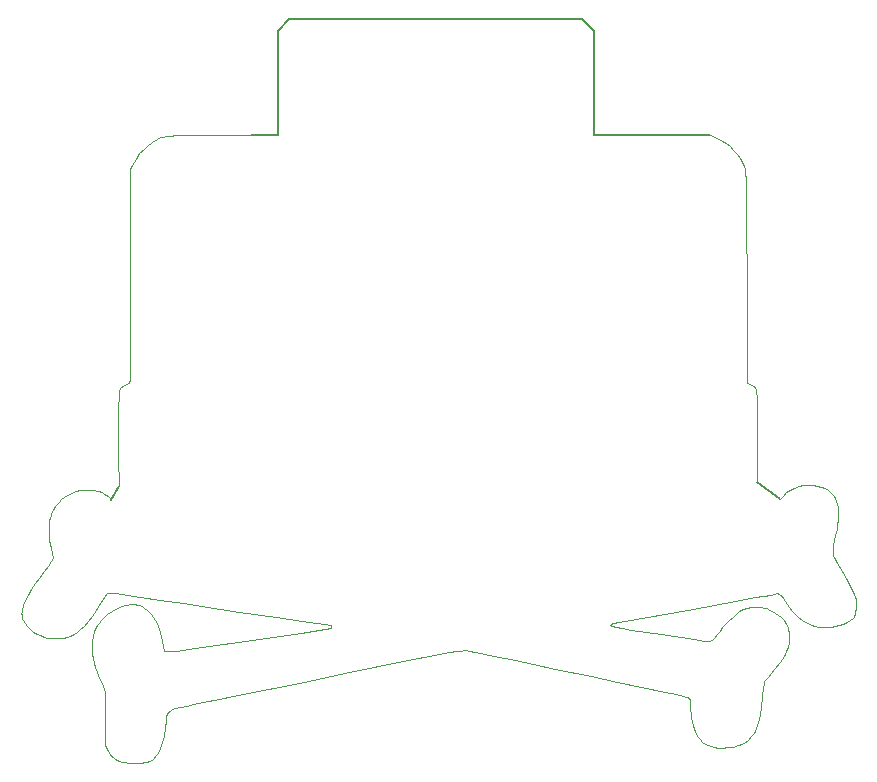
<source format=gbr>
G04 #@! TF.GenerationSoftware,KiCad,Pcbnew,(5.1.5)-3*
G04 #@! TF.CreationDate,2020-04-21T21:54:19-04:00*
G04 #@! TF.ProjectId,Tape and Crossbones 001,54617065-2061-46e6-9420-43726f737362,rev?*
G04 #@! TF.SameCoordinates,Original*
G04 #@! TF.FileFunction,Profile,NP*
%FSLAX46Y46*%
G04 Gerber Fmt 4.6, Leading zero omitted, Abs format (unit mm)*
G04 Created by KiCad (PCBNEW (5.1.5)-3) date 2020-04-21 21:54:19*
%MOMM*%
%LPD*%
G04 APERTURE LIST*
%ADD10C,0.150000*%
%ADD11C,0.100000*%
G04 APERTURE END LIST*
D10*
X101490835Y-73662216D02*
X99553014Y-72172402D01*
X56752450Y-42848050D02*
X59000000Y-42848050D01*
X95644649Y-42830510D02*
X85780000Y-42848050D01*
X85780000Y-34000000D02*
X84780000Y-33000000D01*
X59000000Y-34000000D02*
X60000000Y-33000000D01*
X60000000Y-33000000D02*
X84780000Y-33000000D01*
X85780000Y-34000000D02*
X85780000Y-42848050D01*
X59000000Y-34000000D02*
X59000000Y-42848050D01*
X44924422Y-73707272D02*
X45549036Y-72580619D01*
D11*
X56752450Y-42848050D02*
X51742420Y-42861990D01*
X51742420Y-42861990D02*
X50334237Y-42869790D01*
X50334237Y-42869790D02*
X49947698Y-42873390D01*
X49947698Y-42873390D02*
X49775615Y-42879590D01*
X49775615Y-42879590D02*
X49553031Y-42910992D01*
X49553031Y-42910992D02*
X49330519Y-42962121D01*
X49330519Y-42962121D02*
X49108924Y-43032226D01*
X49108924Y-43032226D02*
X48889090Y-43120556D01*
X48889090Y-43120556D02*
X48671860Y-43226359D01*
X48671860Y-43226359D02*
X48458080Y-43348885D01*
X48458080Y-43348885D02*
X48248593Y-43487381D01*
X48248593Y-43487381D02*
X48044244Y-43641096D01*
X48044244Y-43641096D02*
X47654334Y-43991177D01*
X47654334Y-43991177D02*
X47295105Y-44393119D01*
X47295105Y-44393119D02*
X46973309Y-44840909D01*
X46973309Y-44840909D02*
X46828559Y-45080118D01*
X46828559Y-45080118D02*
X46695700Y-45328536D01*
X46695700Y-45328536D02*
X46520000Y-45682001D01*
X46520000Y-45682001D02*
X46513800Y-54352275D01*
X46513800Y-54352275D02*
X46500360Y-60590137D01*
X46500360Y-60590137D02*
X46488480Y-62592599D01*
X46488480Y-62592599D02*
X46475040Y-63445777D01*
X46475040Y-63445777D02*
X46447650Y-63823014D01*
X46447650Y-63823014D02*
X46168081Y-63934118D01*
X46168081Y-63934118D02*
X45871458Y-64072612D01*
X45871458Y-64072612D02*
X45757008Y-64138923D01*
X45757008Y-64138923D02*
X45664236Y-64221440D01*
X45664236Y-64221440D02*
X45628138Y-64279220D01*
X45628138Y-64279220D02*
X45613596Y-64328927D01*
X45613596Y-64328927D02*
X45591896Y-64447783D01*
X45591896Y-64447783D02*
X45555206Y-64811066D01*
X45555206Y-64811066D02*
X45506116Y-66035799D01*
X45506116Y-66035799D02*
X45489642Y-67825703D01*
X45489642Y-67825703D02*
X45508216Y-70039688D01*
X45508216Y-70039688D02*
X45549036Y-72580619D01*
X99553014Y-72172402D02*
X99566954Y-71426195D01*
X99566954Y-71426195D02*
X99568554Y-68385553D01*
X99568554Y-68385553D02*
X99543234Y-65109784D01*
X99543234Y-65109784D02*
X99515844Y-64504652D01*
X99515844Y-64504652D02*
X99498630Y-64352792D01*
X99498630Y-64352792D02*
X99453314Y-64240585D01*
X99453314Y-64240585D02*
X99373692Y-64150996D01*
X99373692Y-64150996D02*
X99271931Y-64072638D01*
X99271931Y-64072638D02*
X99011997Y-63912441D01*
X99011997Y-63912441D02*
X98773769Y-63785832D01*
X98773769Y-63785832D02*
X98744829Y-62779694D01*
X98744829Y-62779694D02*
X98719880Y-60139082D01*
X98719880Y-60139082D02*
X98703489Y-55299529D01*
X98703489Y-55299529D02*
X98683693Y-50334452D01*
X98683693Y-50334452D02*
X98650779Y-47371847D01*
X98650779Y-47371847D02*
X98625530Y-46548827D01*
X98625530Y-46548827D02*
X98598069Y-46039631D01*
X98598069Y-46039631D02*
X98556605Y-45722270D01*
X98556605Y-45722270D02*
X98492649Y-45492893D01*
X98492649Y-45492893D02*
X98331928Y-45119937D01*
X98331928Y-45119937D02*
X98120727Y-44750887D01*
X98120727Y-44750887D02*
X97867981Y-44398856D01*
X97867981Y-44398856D02*
X97582628Y-44076959D01*
X97582628Y-44076959D02*
X97274865Y-43785622D01*
X97274865Y-43785622D02*
X96969419Y-43546788D01*
X96969419Y-43546788D02*
X96620469Y-43328350D01*
X96620469Y-43328350D02*
X96182196Y-43098207D01*
X96182196Y-43098207D02*
X95644649Y-42830510D01*
X103903578Y-72461260D02*
X103505726Y-72494369D01*
X103505726Y-72494369D02*
X103122486Y-72575036D01*
X103122486Y-72575036D02*
X102755726Y-72702417D01*
X102755726Y-72702417D02*
X102407313Y-72875669D01*
X102407313Y-72875669D02*
X102079115Y-73093949D01*
X102079115Y-73093949D02*
X101773000Y-73356412D01*
X101773000Y-73356412D02*
X101490835Y-73662216D01*
X44924422Y-73707272D02*
X44785320Y-73557751D01*
X44785320Y-73557751D02*
X44632801Y-73422063D01*
X44632801Y-73422063D02*
X44466616Y-73299063D01*
X44466616Y-73299063D02*
X44286513Y-73187605D01*
X44286513Y-73187605D02*
X44092240Y-73086542D01*
X44092240Y-73086542D02*
X43749502Y-72950672D01*
X43749502Y-72950672D02*
X43400727Y-72871486D01*
X43400727Y-72871486D02*
X43028094Y-72846084D01*
X43028094Y-72846084D02*
X42613778Y-72871568D01*
X42613778Y-72871568D02*
X42276300Y-72921162D01*
X42276300Y-72921162D02*
X41960226Y-72991427D01*
X41960226Y-72991427D02*
X41664316Y-73083046D01*
X41664316Y-73083046D02*
X41387333Y-73196706D01*
X41387333Y-73196706D02*
X41128037Y-73333092D01*
X41128037Y-73333092D02*
X40885189Y-73492889D01*
X40885189Y-73492889D02*
X40657551Y-73676783D01*
X40657551Y-73676783D02*
X40443884Y-73885459D01*
X40443884Y-73885459D02*
X40295377Y-74054934D01*
X40295377Y-74054934D02*
X40161490Y-74230889D01*
X40161490Y-74230889D02*
X40042240Y-74414082D01*
X40042240Y-74414082D02*
X39937644Y-74605273D01*
X39937644Y-74605273D02*
X39847720Y-74805221D01*
X39847720Y-74805221D02*
X39772486Y-75014686D01*
X39772486Y-75014686D02*
X39711958Y-75234429D01*
X39711958Y-75234429D02*
X39666154Y-75465207D01*
X39666154Y-75465207D02*
X39634729Y-75707741D01*
X39634729Y-75707741D02*
X39617151Y-75962928D01*
X39617151Y-75962928D02*
X39622471Y-76515347D01*
X39622471Y-76515347D02*
X39679993Y-77130645D01*
X39679993Y-77130645D02*
X39787593Y-77817001D01*
X39787593Y-77817001D02*
X39945723Y-78684133D01*
X39945723Y-78684133D02*
X39798962Y-78926494D01*
X39798962Y-78926494D02*
X39549659Y-79284754D01*
X39549659Y-79284754D02*
X39176261Y-79771920D01*
X39176261Y-79771920D02*
X38765844Y-80301414D01*
X38765844Y-80301414D02*
X38425326Y-80784473D01*
X38425326Y-80784473D02*
X38132647Y-81254894D01*
X38132647Y-81254894D02*
X37865747Y-81746476D01*
X37865747Y-81746476D02*
X37630955Y-82229489D01*
X37630955Y-82229489D02*
X37458933Y-82644662D01*
X37458933Y-82644662D02*
X37351051Y-83007229D01*
X37351051Y-83007229D02*
X37321589Y-83173548D01*
X37321589Y-83173548D02*
X37308675Y-83332428D01*
X37308675Y-83332428D02*
X37313272Y-83484611D01*
X37313272Y-83484611D02*
X37335827Y-83630362D01*
X37335827Y-83630362D02*
X37375738Y-83770867D01*
X37375738Y-83770867D02*
X37432404Y-83907312D01*
X37432404Y-83907312D02*
X37593595Y-84172772D01*
X37593595Y-84172772D02*
X37814587Y-84436235D01*
X37814587Y-84436235D02*
X38057825Y-84671689D01*
X38057825Y-84671689D02*
X38316125Y-84875764D01*
X38316125Y-84875764D02*
X38589555Y-85048544D01*
X38589555Y-85048544D02*
X38878183Y-85190115D01*
X38878183Y-85190115D02*
X39182076Y-85300560D01*
X39182076Y-85300560D02*
X39501301Y-85379965D01*
X39501301Y-85379965D02*
X39835926Y-85428415D01*
X39835926Y-85428415D02*
X40186019Y-85445994D01*
X40186019Y-85445994D02*
X40539986Y-85434718D01*
X40539986Y-85434718D02*
X40865374Y-85394774D01*
X40865374Y-85394774D02*
X41168419Y-85323512D01*
X41168419Y-85323512D02*
X41455356Y-85218283D01*
X41455356Y-85218283D02*
X41732423Y-85076438D01*
X41732423Y-85076438D02*
X42005853Y-84895328D01*
X42005853Y-84895328D02*
X42281885Y-84672303D01*
X42281885Y-84672303D02*
X42566752Y-84404713D01*
X42566752Y-84404713D02*
X42955207Y-83990299D01*
X42955207Y-83990299D02*
X43302869Y-83556673D01*
X43302869Y-83556673D02*
X43636456Y-83067639D01*
X43636456Y-83067639D02*
X43982686Y-82487000D01*
X43982686Y-82487000D02*
X44371293Y-81832778D01*
X44371293Y-81832778D02*
X44479739Y-81679692D01*
X44479739Y-81679692D02*
X44530973Y-81619354D01*
X44530973Y-81619354D02*
X44570763Y-81610054D01*
X44570763Y-81610054D02*
X44736644Y-81603854D01*
X44736644Y-81603854D02*
X45334024Y-81643124D01*
X45334024Y-81643124D02*
X46225742Y-81754633D01*
X46225742Y-81754633D02*
X47361807Y-81931997D01*
X47361807Y-81931997D02*
X49076431Y-82187793D01*
X49076431Y-82187793D02*
X51028309Y-82460163D01*
X51028309Y-82460163D02*
X52490693Y-82683887D01*
X52490693Y-82683887D02*
X55756128Y-83176364D01*
X55756128Y-83176364D02*
X58861362Y-83640935D01*
X58861362Y-83640935D02*
X61066913Y-83955644D01*
X61066913Y-83955644D02*
X62233365Y-84115620D01*
X62233365Y-84115620D02*
X63014082Y-84236763D01*
X63014082Y-84236763D02*
X63453330Y-84326683D01*
X63453330Y-84326683D02*
X63541180Y-84356143D01*
X63541180Y-84356143D02*
X63545280Y-84379403D01*
X63545280Y-84379403D02*
X63547380Y-84496709D01*
X63547380Y-84496709D02*
X63547380Y-84498809D01*
X63547380Y-84498809D02*
X63543280Y-84562889D01*
X63543280Y-84562889D02*
X60961523Y-84949945D01*
X60961523Y-84949945D02*
X56195925Y-85668762D01*
X56195925Y-85668762D02*
X53214107Y-86116715D01*
X53214107Y-86116715D02*
X51443567Y-86370640D01*
X51443567Y-86370640D02*
X50482247Y-86484984D01*
X50482247Y-86484984D02*
X49928089Y-86514191D01*
X49928089Y-86514191D02*
X49400989Y-86518291D01*
X49400989Y-86518291D02*
X49201519Y-85670281D01*
X49201519Y-85670281D02*
X49010456Y-84904790D01*
X49010456Y-84904790D02*
X48861488Y-84392840D01*
X48861488Y-84392840D02*
X48748929Y-84116319D01*
X48748929Y-84116319D02*
X48616485Y-83855640D01*
X48616485Y-83855640D02*
X48465484Y-83612642D01*
X48465484Y-83612642D02*
X48297254Y-83389168D01*
X48297254Y-83389168D02*
X48113125Y-83187056D01*
X48113125Y-83187056D02*
X47914425Y-83008149D01*
X47914425Y-83008149D02*
X47702483Y-82854287D01*
X47702483Y-82854287D02*
X47478626Y-82727310D01*
X47478626Y-82727310D02*
X47280600Y-82638407D01*
X47280600Y-82638407D02*
X47104931Y-82583375D01*
X47104931Y-82583375D02*
X46921806Y-82555869D01*
X46921806Y-82555869D02*
X46701413Y-82549541D01*
X46701413Y-82549541D02*
X46487083Y-82561464D01*
X46487083Y-82561464D02*
X46268291Y-82593604D01*
X46268291Y-82593604D02*
X46046567Y-82644678D01*
X46046567Y-82644678D02*
X45823441Y-82713403D01*
X45823441Y-82713403D02*
X45379102Y-82898679D01*
X45379102Y-82898679D02*
X44947515Y-83139171D01*
X44947515Y-83139171D02*
X44541475Y-83425314D01*
X44541475Y-83425314D02*
X44175200Y-83749677D01*
X44175200Y-83749677D02*
X44011465Y-83923984D01*
X44011465Y-83923984D02*
X43863061Y-84105200D01*
X43863061Y-84105200D02*
X43731784Y-84292440D01*
X43731784Y-84292440D02*
X43619430Y-84484823D01*
X43619430Y-84484823D02*
X43453820Y-84852358D01*
X43453820Y-84852358D02*
X43341392Y-85231055D01*
X43341392Y-85231055D02*
X43277162Y-85641908D01*
X43277162Y-85641908D02*
X43256145Y-86105914D01*
X43256145Y-86105914D02*
X43267267Y-86448971D01*
X43267267Y-86448971D02*
X43302576Y-86794759D01*
X43302576Y-86794759D02*
X43363523Y-87149167D01*
X43363523Y-87149167D02*
X43451559Y-87518084D01*
X43451559Y-87518084D02*
X43568138Y-87907399D01*
X43568138Y-87907399D02*
X43714709Y-88323001D01*
X43714709Y-88323001D02*
X43892726Y-88770781D01*
X43892726Y-88770781D02*
X44103639Y-89256626D01*
X44103639Y-89256626D02*
X44416281Y-89955808D01*
X44416281Y-89955808D02*
X44418381Y-90494794D01*
X44418381Y-90494794D02*
X44395131Y-92770107D01*
X44395131Y-92770107D02*
X44369811Y-94516254D01*
X44369811Y-94516254D02*
X44529491Y-94820628D01*
X44529491Y-94820628D02*
X44646670Y-95022059D01*
X44646670Y-95022059D02*
X44776496Y-95205650D01*
X44776496Y-95205650D02*
X44918651Y-95370979D01*
X44918651Y-95370979D02*
X45072821Y-95517624D01*
X45072821Y-95517624D02*
X45238688Y-95645164D01*
X45238688Y-95645164D02*
X45415937Y-95753176D01*
X45415937Y-95753176D02*
X45604251Y-95841240D01*
X45604251Y-95841240D02*
X45803315Y-95908933D01*
X45803315Y-95908933D02*
X45918554Y-95942003D01*
X45918554Y-95942003D02*
X45929924Y-95916683D01*
X45929924Y-95916683D02*
X46107542Y-95947927D01*
X46107542Y-95947927D02*
X46323319Y-95968940D01*
X46323319Y-95968940D02*
X46973271Y-95979213D01*
X46973271Y-95979213D02*
X47451441Y-95970207D01*
X47451441Y-95970207D02*
X47752552Y-95949763D01*
X47752552Y-95949763D02*
X47962984Y-95902766D01*
X47962984Y-95902766D02*
X48143225Y-95824705D01*
X48143225Y-95824705D02*
X48325500Y-95714084D01*
X48325500Y-95714084D02*
X48495379Y-95574694D01*
X48495379Y-95574694D02*
X48652407Y-95408124D01*
X48652407Y-95408124D02*
X48796133Y-95215965D01*
X48796133Y-95215965D02*
X48926103Y-94999808D01*
X48926103Y-94999808D02*
X49041863Y-94761243D01*
X49041863Y-94761243D02*
X49142963Y-94501862D01*
X49142963Y-94501862D02*
X49228947Y-94223254D01*
X49228947Y-94223254D02*
X49336303Y-93687335D01*
X49336303Y-93687335D02*
X49439787Y-92967515D01*
X49439787Y-92967515D02*
X49513929Y-92410959D01*
X49513929Y-92410959D02*
X49580347Y-92053358D01*
X49580347Y-92053358D02*
X49649534Y-91833979D01*
X49649534Y-91833979D02*
X49740544Y-91674570D01*
X49740544Y-91674570D02*
X49850041Y-91561310D01*
X49850041Y-91561310D02*
X50029932Y-91463213D01*
X50029932Y-91463213D02*
X50315188Y-91370251D01*
X50315188Y-91370251D02*
X50729114Y-91279764D01*
X50729114Y-91279764D02*
X51288274Y-91165548D01*
X51288274Y-91165548D02*
X51797266Y-91045669D01*
X51797266Y-91045669D02*
X52234447Y-90942738D01*
X52234447Y-90942738D02*
X52637006Y-90865834D01*
X52637006Y-90865834D02*
X53078381Y-90785935D01*
X53078381Y-90785935D02*
X53580619Y-90678250D01*
X53580619Y-90678250D02*
X55674031Y-90240550D01*
X55674031Y-90240550D02*
X61232913Y-89113271D01*
X61232913Y-89113271D02*
X65025914Y-88326456D01*
X65025914Y-88326456D02*
X69186066Y-87484651D01*
X69186066Y-87484651D02*
X73482762Y-86641285D01*
X73482762Y-86641285D02*
X74223035Y-86515405D01*
X74223035Y-86515405D02*
X74503329Y-86481708D01*
X74503329Y-86481708D02*
X74747287Y-86466990D01*
X74747287Y-86466990D02*
X74972577Y-86470861D01*
X74972577Y-86470861D02*
X75196866Y-86492933D01*
X75196866Y-86492933D02*
X75713118Y-86590125D01*
X75713118Y-86590125D02*
X77324906Y-86928088D01*
X77324906Y-86928088D02*
X79109809Y-87307392D01*
X79109809Y-87307392D02*
X80584655Y-87619518D01*
X80584655Y-87619518D02*
X82472912Y-88012260D01*
X82472912Y-88012260D02*
X85534643Y-88660468D01*
X85534643Y-88660468D02*
X87730990Y-89107799D01*
X87730990Y-89107799D02*
X89799079Y-89541364D01*
X89799079Y-89541364D02*
X91787589Y-89957361D01*
X91787589Y-89957361D02*
X92716977Y-90151698D01*
X92716977Y-90151698D02*
X93338397Y-90309278D01*
X93338397Y-90309278D02*
X93545697Y-90379376D01*
X93545697Y-90379376D02*
X93689704Y-90442519D01*
X93689704Y-90442519D02*
X93812787Y-90523733D01*
X93812787Y-90523733D02*
X93867567Y-90705634D01*
X93867567Y-90705634D02*
X93920277Y-91092174D01*
X93920277Y-91092174D02*
X94025840Y-92127877D01*
X94025840Y-92127877D02*
X94081181Y-92506369D01*
X94081181Y-92506369D02*
X94145070Y-92818684D01*
X94145070Y-92818684D02*
X94223279Y-93083624D01*
X94223279Y-93083624D02*
X94320059Y-93317571D01*
X94320059Y-93317571D02*
X94438253Y-93536944D01*
X94438253Y-93536944D02*
X94580703Y-93758161D01*
X94580703Y-93758161D02*
X94761027Y-93995686D01*
X94761027Y-93995686D02*
X94955629Y-94197342D01*
X94955629Y-94197342D02*
X95168827Y-94363506D01*
X95168827Y-94363506D02*
X95404941Y-94494552D01*
X95404941Y-94494552D02*
X95666595Y-94591522D01*
X95666595Y-94591522D02*
X95956509Y-94657272D01*
X95956509Y-94657272D02*
X96279147Y-94694889D01*
X96279147Y-94694889D02*
X96638974Y-94707457D01*
X96638974Y-94707457D02*
X97109338Y-94686442D01*
X97109338Y-94686442D02*
X97549714Y-94620460D01*
X97549714Y-94620460D02*
X97961051Y-94508705D01*
X97961051Y-94508705D02*
X98344298Y-94350373D01*
X98344298Y-94350373D02*
X98532566Y-94246710D01*
X98532566Y-94246710D02*
X98708602Y-94126767D01*
X98708602Y-94126767D02*
X98872583Y-93990016D01*
X98872583Y-93990016D02*
X99024686Y-93835933D01*
X99024686Y-93835933D02*
X99165089Y-93663988D01*
X99165089Y-93663988D02*
X99293968Y-93473656D01*
X99293968Y-93473656D02*
X99411502Y-93264411D01*
X99411502Y-93264411D02*
X99517868Y-93035724D01*
X99517868Y-93035724D02*
X99613756Y-92786899D01*
X99613756Y-92786899D02*
X99700055Y-92516956D01*
X99700055Y-92516956D02*
X99845811Y-91909927D01*
X99845811Y-91909927D02*
X99958983Y-91207051D01*
X99958983Y-91207051D02*
X100043418Y-90400744D01*
X100043418Y-90400744D02*
X100111085Y-89588547D01*
X100111085Y-89588547D02*
X100138380Y-89352138D01*
X100138380Y-89352138D02*
X100170542Y-89195649D01*
X100170542Y-89195649D02*
X100213377Y-89088904D01*
X100213377Y-89088904D02*
X100279580Y-88990494D01*
X100279580Y-88990494D02*
X100539512Y-88689737D01*
X100539512Y-88689737D02*
X101061483Y-88052121D01*
X101061483Y-88052121D02*
X101500693Y-87457770D01*
X101500693Y-87457770D02*
X101830809Y-86945566D01*
X101830809Y-86945566D02*
X101947383Y-86728289D01*
X101947383Y-86728289D02*
X102027793Y-86539481D01*
X102027793Y-86539481D02*
X102103192Y-86360975D01*
X102103192Y-86360975D02*
X102178171Y-86219087D01*
X102178171Y-86219087D02*
X102217787Y-86143963D01*
X102217787Y-86143963D02*
X102244978Y-86061908D01*
X102244978Y-86061908D02*
X102277901Y-85873371D01*
X102277901Y-85873371D02*
X102297061Y-85652417D01*
X102297061Y-85652417D02*
X102301161Y-85410867D01*
X102301161Y-85410867D02*
X102291235Y-85162729D01*
X102291235Y-85162729D02*
X102267149Y-84921931D01*
X102267149Y-84921931D02*
X102226867Y-84700421D01*
X102226867Y-84700421D02*
X102168353Y-84510148D01*
X102168353Y-84510148D02*
X102018527Y-84201260D01*
X102018527Y-84201260D02*
X101826957Y-83918388D01*
X101826957Y-83918388D02*
X101594212Y-83661903D01*
X101594212Y-83661903D02*
X101320861Y-83432177D01*
X101320861Y-83432177D02*
X101079131Y-83263292D01*
X101079131Y-83263292D02*
X100848242Y-83121997D01*
X100848242Y-83121997D02*
X100623653Y-83006728D01*
X100623653Y-83006728D02*
X100400821Y-82915922D01*
X100400821Y-82915922D02*
X100175204Y-82848016D01*
X100175204Y-82848016D02*
X99942259Y-82801447D01*
X99942259Y-82801447D02*
X99697446Y-82774652D01*
X99697446Y-82774652D02*
X99436221Y-82766068D01*
X99436221Y-82766068D02*
X99042881Y-82786818D01*
X99042881Y-82786818D02*
X98698216Y-82855198D01*
X98698216Y-82855198D02*
X98377743Y-82978620D01*
X98377743Y-82978620D02*
X98056977Y-83164493D01*
X98056977Y-83164493D02*
X97849255Y-83317281D01*
X97849255Y-83317281D02*
X97616966Y-83512515D01*
X97616966Y-83512515D02*
X97115521Y-83991930D01*
X97115521Y-83991930D02*
X96626306Y-84525943D01*
X96626306Y-84525943D02*
X96409303Y-84789427D01*
X96409303Y-84789427D02*
X96222981Y-85037764D01*
X96222981Y-85037764D02*
X95968713Y-85375946D01*
X95968713Y-85375946D02*
X95783730Y-85564865D01*
X95783730Y-85564865D02*
X95707908Y-85615278D01*
X95707908Y-85615278D02*
X95633834Y-85645690D01*
X95633834Y-85645690D02*
X95451450Y-85664595D01*
X95451450Y-85664595D02*
X95080415Y-85627385D01*
X95080415Y-85627385D02*
X94268062Y-85516281D01*
X94268062Y-85516281D02*
X91490453Y-85094086D01*
X91490453Y-85094086D02*
X88941772Y-84707545D01*
X88941772Y-84707545D02*
X88162008Y-84586366D01*
X88162008Y-84586366D02*
X87650936Y-84489335D01*
X87650936Y-84489335D02*
X87339959Y-84404257D01*
X87339959Y-84404257D02*
X87160483Y-84318938D01*
X87160483Y-84318938D02*
X87113973Y-84281728D01*
X87113973Y-84281728D02*
X87205688Y-84237576D01*
X87205688Y-84237576D02*
X87361986Y-84183747D01*
X87361986Y-84183747D02*
X87863799Y-84061068D01*
X87863799Y-84061068D02*
X89367384Y-83781457D01*
X89367384Y-83781457D02*
X94154887Y-82936073D01*
X94154887Y-82936073D02*
X97730897Y-82287534D01*
X97730897Y-82287534D02*
X99408829Y-81983160D01*
X99408829Y-81983160D02*
X100725028Y-81742863D01*
X100725028Y-81742863D02*
X101238693Y-81635376D01*
X101238693Y-81635376D02*
X101441782Y-81719096D01*
X101441782Y-81719096D02*
X101560414Y-81776955D01*
X101560414Y-81776955D02*
X101658822Y-81861722D01*
X101658822Y-81861722D02*
X101790082Y-82027381D01*
X101790082Y-82027381D02*
X101986966Y-82314924D01*
X101986966Y-82314924D02*
X102307200Y-82781314D01*
X102307200Y-82781314D02*
X102565356Y-83118040D01*
X102565356Y-83118040D02*
X102811173Y-83384325D01*
X102811173Y-83384325D02*
X103094393Y-83639391D01*
X103094393Y-83639391D02*
X103363093Y-83850445D01*
X103363093Y-83850445D02*
X103633643Y-84030099D01*
X103633643Y-84030099D02*
X103908684Y-84179312D01*
X103908684Y-84179312D02*
X104190854Y-84299045D01*
X104190854Y-84299045D02*
X104482792Y-84390258D01*
X104482792Y-84390258D02*
X104787137Y-84453913D01*
X104787137Y-84453913D02*
X105106529Y-84490970D01*
X105106529Y-84490970D02*
X105443605Y-84502388D01*
X105443605Y-84502388D02*
X105823919Y-84482515D01*
X105823919Y-84482515D02*
X106199397Y-84426965D01*
X106199397Y-84426965D02*
X106560780Y-84339362D01*
X106560780Y-84339362D02*
X106898813Y-84223334D01*
X106898813Y-84223334D02*
X107205119Y-84083268D01*
X107205119Y-84083268D02*
X107470347Y-83920418D01*
X107470347Y-83920418D02*
X107683774Y-83733714D01*
X107683774Y-83733714D02*
X107767710Y-83631082D01*
X107767710Y-83631082D02*
X107834673Y-83522085D01*
X107834673Y-83522085D02*
X107884798Y-83394001D01*
X107884798Y-83394001D02*
X107918380Y-83243238D01*
X107918380Y-83243238D02*
X107953529Y-82885432D01*
X107953529Y-82885432D02*
X107959019Y-82491067D01*
X107959019Y-82491067D02*
X107924069Y-82129406D01*
X107924069Y-82129406D02*
X107878837Y-81946266D01*
X107878837Y-81946266D02*
X107803503Y-81730093D01*
X107803503Y-81730093D02*
X107564349Y-81198203D01*
X107564349Y-81198203D02*
X107210241Y-80532856D01*
X107210241Y-80532856D02*
X106744813Y-79733170D01*
X106744813Y-79733170D02*
X106327637Y-79023635D01*
X106327637Y-79023635D02*
X106099892Y-78584402D01*
X106099892Y-78584402D02*
X106040643Y-78432753D01*
X106040643Y-78432753D02*
X106007359Y-78304935D01*
X106007359Y-78304935D02*
X105990854Y-78043351D01*
X105990854Y-78043351D02*
X106054934Y-77533821D01*
X106054934Y-77533821D02*
X106209448Y-76720950D01*
X106209448Y-76720950D02*
X106324930Y-76164977D01*
X106324930Y-76164977D02*
X106393446Y-75755836D01*
X106393446Y-75755836D02*
X106427066Y-75401114D01*
X106427066Y-75401114D02*
X106437857Y-75008395D01*
X106437857Y-75008395D02*
X106431681Y-74661515D01*
X106431681Y-74661515D02*
X106406621Y-74349842D01*
X106406621Y-74349842D02*
X106361320Y-74069928D01*
X106361320Y-74069928D02*
X106294418Y-73818325D01*
X106294418Y-73818325D02*
X106204558Y-73591587D01*
X106204558Y-73591587D02*
X106090379Y-73386266D01*
X106090379Y-73386266D02*
X105950524Y-73198915D01*
X105950524Y-73198915D02*
X105783633Y-73026086D01*
X105783633Y-73026086D02*
X105561088Y-72847024D01*
X105561088Y-72847024D02*
X105321321Y-72713454D01*
X105321321Y-72713454D02*
X105034432Y-72611660D01*
X105034432Y-72611660D02*
X104670523Y-72527926D01*
X104670523Y-72527926D02*
X104282380Y-72473656D01*
X104282380Y-72473656D02*
X103903647Y-72461266D01*
X103903647Y-72461266D02*
X103903578Y-72461260D01*
M02*

</source>
